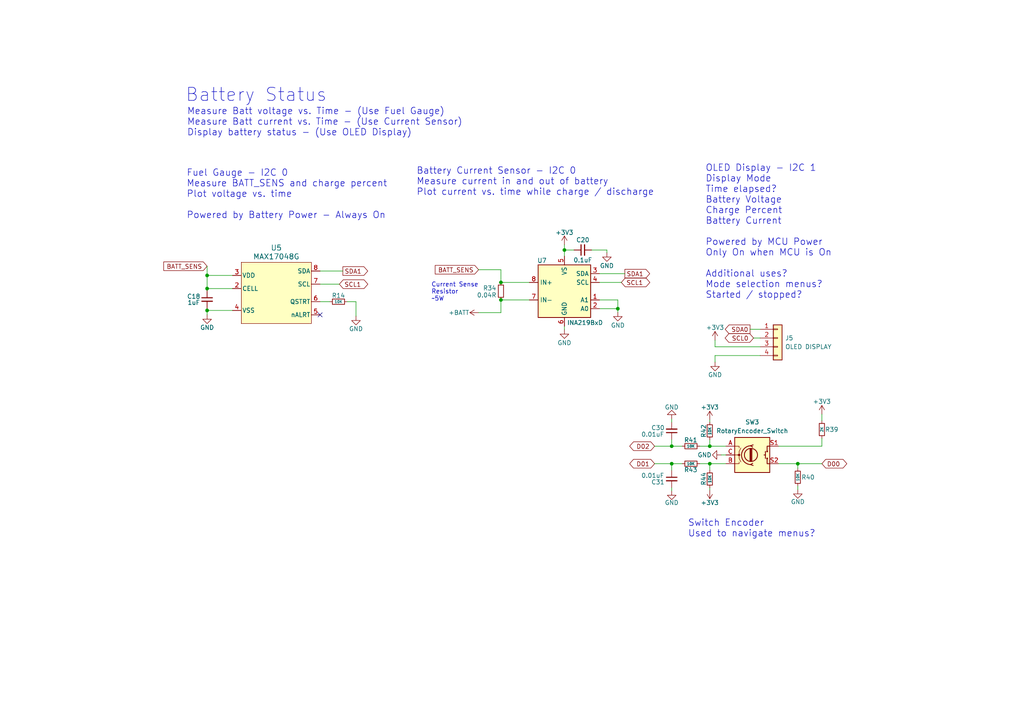
<source format=kicad_sch>
(kicad_sch (version 20230121) (generator eeschema)

  (uuid c448106d-0cdf-4570-b343-d71e5cb72822)

  (paper "A4")

  (lib_symbols
    (symbol "BatteryTester:MAX17048G+T10" (pin_names (offset 0.254)) (in_bom yes) (on_board yes)
      (property "Reference" "U" (at 0 13.97 0)
        (effects (font (size 1.524 1.524)))
      )
      (property "Value" "MAX17048G" (at 0 11.43 0)
        (effects (font (size 1.524 1.524)))
      )
      (property "Footprint" "21-0168E_T822-3_MXM" (at 0 -11.43 0)
        (effects (font (size 1.524 1.524)) hide)
      )
      (property "Datasheet" "" (at -30.48 -15.24 0)
        (effects (font (size 1.524 1.524)))
      )
      (property "ki_fp_filters" "21-0168E_T822-3_MXM 21-0168E_T822-3_MXM-M 21-0168E_T822-3_MXM-L" (at 0 0 0)
        (effects (font (size 1.27 1.27)) hide)
      )
      (symbol "MAX17048G+T10_0_1"
        (rectangle (start -10.16 8.89) (end 10.16 -8.89)
          (stroke (width 0) (type default))
          (fill (type background))
        )
      )
      (symbol "MAX17048G+T10_1_1"
        (pin power_in line (at -12.7 -5.08 0) (length 2.54) hide
          (name "CTG" (effects (font (size 1.27 1.27))))
          (number "1" (effects (font (size 1.27 1.27))))
        )
        (pin power_in line (at -12.7 1.27 0) (length 2.54)
          (name "CELL" (effects (font (size 1.27 1.27))))
          (number "2" (effects (font (size 1.27 1.27))))
        )
        (pin power_in line (at -12.7 5.08 0) (length 2.54)
          (name "VDD" (effects (font (size 1.27 1.27))))
          (number "3" (effects (font (size 1.27 1.27))))
        )
        (pin power_in line (at -12.7 -5.08 0) (length 2.54)
          (name "VSS" (effects (font (size 1.27 1.27))))
          (number "4" (effects (font (size 1.27 1.27))))
        )
        (pin unspecified line (at 12.7 -6.35 180) (length 2.54)
          (name "nALRT" (effects (font (size 1.27 1.27))))
          (number "5" (effects (font (size 1.27 1.27))))
        )
        (pin unspecified line (at 12.7 -2.54 180) (length 2.54)
          (name "QSTRT" (effects (font (size 1.27 1.27))))
          (number "6" (effects (font (size 1.27 1.27))))
        )
        (pin input line (at 12.7 2.54 180) (length 2.54)
          (name "SCL" (effects (font (size 1.27 1.27))))
          (number "7" (effects (font (size 1.27 1.27))))
        )
        (pin bidirectional line (at 12.7 6.35 180) (length 2.54)
          (name "SDA" (effects (font (size 1.27 1.27))))
          (number "8" (effects (font (size 1.27 1.27))))
        )
        (pin power_in line (at -12.7 -5.08 0) (length 2.54) hide
          (name "PAD" (effects (font (size 1.27 1.27))))
          (number "9" (effects (font (size 1.27 1.27))))
        )
      )
    )
    (symbol "Connector_Generic:Conn_01x04" (pin_names (offset 1.016) hide) (in_bom yes) (on_board yes)
      (property "Reference" "J" (at 0 5.08 0)
        (effects (font (size 1.27 1.27)))
      )
      (property "Value" "Conn_01x04" (at 0 -7.62 0)
        (effects (font (size 1.27 1.27)))
      )
      (property "Footprint" "" (at 0 0 0)
        (effects (font (size 1.27 1.27)) hide)
      )
      (property "Datasheet" "~" (at 0 0 0)
        (effects (font (size 1.27 1.27)) hide)
      )
      (property "ki_keywords" "connector" (at 0 0 0)
        (effects (font (size 1.27 1.27)) hide)
      )
      (property "ki_description" "Generic connector, single row, 01x04, script generated (kicad-library-utils/schlib/autogen/connector/)" (at 0 0 0)
        (effects (font (size 1.27 1.27)) hide)
      )
      (property "ki_fp_filters" "Connector*:*_1x??_*" (at 0 0 0)
        (effects (font (size 1.27 1.27)) hide)
      )
      (symbol "Conn_01x04_1_1"
        (rectangle (start -1.27 -4.953) (end 0 -5.207)
          (stroke (width 0.1524) (type default))
          (fill (type none))
        )
        (rectangle (start -1.27 -2.413) (end 0 -2.667)
          (stroke (width 0.1524) (type default))
          (fill (type none))
        )
        (rectangle (start -1.27 0.127) (end 0 -0.127)
          (stroke (width 0.1524) (type default))
          (fill (type none))
        )
        (rectangle (start -1.27 2.667) (end 0 2.413)
          (stroke (width 0.1524) (type default))
          (fill (type none))
        )
        (rectangle (start -1.27 3.81) (end 1.27 -6.35)
          (stroke (width 0.254) (type default))
          (fill (type background))
        )
        (pin passive line (at -5.08 2.54 0) (length 3.81)
          (name "Pin_1" (effects (font (size 1.27 1.27))))
          (number "1" (effects (font (size 1.27 1.27))))
        )
        (pin passive line (at -5.08 0 0) (length 3.81)
          (name "Pin_2" (effects (font (size 1.27 1.27))))
          (number "2" (effects (font (size 1.27 1.27))))
        )
        (pin passive line (at -5.08 -2.54 0) (length 3.81)
          (name "Pin_3" (effects (font (size 1.27 1.27))))
          (number "3" (effects (font (size 1.27 1.27))))
        )
        (pin passive line (at -5.08 -5.08 0) (length 3.81)
          (name "Pin_4" (effects (font (size 1.27 1.27))))
          (number "4" (effects (font (size 1.27 1.27))))
        )
      )
    )
    (symbol "Device:C_Small" (pin_numbers hide) (pin_names (offset 0.254) hide) (in_bom yes) (on_board yes)
      (property "Reference" "C" (at 0.254 1.778 0)
        (effects (font (size 1.27 1.27)) (justify left))
      )
      (property "Value" "C_Small" (at 0.254 -2.032 0)
        (effects (font (size 1.27 1.27)) (justify left))
      )
      (property "Footprint" "" (at 0 0 0)
        (effects (font (size 1.27 1.27)) hide)
      )
      (property "Datasheet" "~" (at 0 0 0)
        (effects (font (size 1.27 1.27)) hide)
      )
      (property "ki_keywords" "capacitor cap" (at 0 0 0)
        (effects (font (size 1.27 1.27)) hide)
      )
      (property "ki_description" "Unpolarized capacitor, small symbol" (at 0 0 0)
        (effects (font (size 1.27 1.27)) hide)
      )
      (property "ki_fp_filters" "C_*" (at 0 0 0)
        (effects (font (size 1.27 1.27)) hide)
      )
      (symbol "C_Small_0_1"
        (polyline
          (pts
            (xy -1.524 -0.508)
            (xy 1.524 -0.508)
          )
          (stroke (width 0.3302) (type default))
          (fill (type none))
        )
        (polyline
          (pts
            (xy -1.524 0.508)
            (xy 1.524 0.508)
          )
          (stroke (width 0.3048) (type default))
          (fill (type none))
        )
      )
      (symbol "C_Small_1_1"
        (pin passive line (at 0 2.54 270) (length 2.032)
          (name "~" (effects (font (size 1.27 1.27))))
          (number "1" (effects (font (size 1.27 1.27))))
        )
        (pin passive line (at 0 -2.54 90) (length 2.032)
          (name "~" (effects (font (size 1.27 1.27))))
          (number "2" (effects (font (size 1.27 1.27))))
        )
      )
    )
    (symbol "Device:R_Small" (pin_numbers hide) (pin_names (offset 0.254) hide) (in_bom yes) (on_board yes)
      (property "Reference" "R" (at 0.762 0.508 0)
        (effects (font (size 1.27 1.27)) (justify left))
      )
      (property "Value" "R_Small" (at 0.762 -1.016 0)
        (effects (font (size 1.27 1.27)) (justify left))
      )
      (property "Footprint" "" (at 0 0 0)
        (effects (font (size 1.27 1.27)) hide)
      )
      (property "Datasheet" "~" (at 0 0 0)
        (effects (font (size 1.27 1.27)) hide)
      )
      (property "ki_keywords" "R resistor" (at 0 0 0)
        (effects (font (size 1.27 1.27)) hide)
      )
      (property "ki_description" "Resistor, small symbol" (at 0 0 0)
        (effects (font (size 1.27 1.27)) hide)
      )
      (property "ki_fp_filters" "R_*" (at 0 0 0)
        (effects (font (size 1.27 1.27)) hide)
      )
      (symbol "R_Small_0_1"
        (rectangle (start -0.762 1.778) (end 0.762 -1.778)
          (stroke (width 0.2032) (type default))
          (fill (type none))
        )
      )
      (symbol "R_Small_1_1"
        (pin passive line (at 0 2.54 270) (length 0.762)
          (name "~" (effects (font (size 1.27 1.27))))
          (number "1" (effects (font (size 1.27 1.27))))
        )
        (pin passive line (at 0 -2.54 90) (length 0.762)
          (name "~" (effects (font (size 1.27 1.27))))
          (number "2" (effects (font (size 1.27 1.27))))
        )
      )
    )
    (symbol "Device:RotaryEncoder_Switch" (pin_names (offset 0.254) hide) (in_bom yes) (on_board yes)
      (property "Reference" "SW" (at 0 6.604 0)
        (effects (font (size 1.27 1.27)))
      )
      (property "Value" "RotaryEncoder_Switch" (at 0 -6.604 0)
        (effects (font (size 1.27 1.27)))
      )
      (property "Footprint" "" (at -3.81 4.064 0)
        (effects (font (size 1.27 1.27)) hide)
      )
      (property "Datasheet" "~" (at 0 6.604 0)
        (effects (font (size 1.27 1.27)) hide)
      )
      (property "ki_keywords" "rotary switch encoder switch push button" (at 0 0 0)
        (effects (font (size 1.27 1.27)) hide)
      )
      (property "ki_description" "Rotary encoder, dual channel, incremental quadrate outputs, with switch" (at 0 0 0)
        (effects (font (size 1.27 1.27)) hide)
      )
      (property "ki_fp_filters" "RotaryEncoder*Switch*" (at 0 0 0)
        (effects (font (size 1.27 1.27)) hide)
      )
      (symbol "RotaryEncoder_Switch_0_1"
        (rectangle (start -5.08 5.08) (end 5.08 -5.08)
          (stroke (width 0.254) (type default))
          (fill (type background))
        )
        (circle (center -3.81 0) (radius 0.254)
          (stroke (width 0) (type default))
          (fill (type outline))
        )
        (circle (center -0.381 0) (radius 1.905)
          (stroke (width 0.254) (type default))
          (fill (type none))
        )
        (arc (start -0.381 2.667) (mid -3.0988 -0.0635) (end -0.381 -2.794)
          (stroke (width 0.254) (type default))
          (fill (type none))
        )
        (polyline
          (pts
            (xy -0.635 -1.778)
            (xy -0.635 1.778)
          )
          (stroke (width 0.254) (type default))
          (fill (type none))
        )
        (polyline
          (pts
            (xy -0.381 -1.778)
            (xy -0.381 1.778)
          )
          (stroke (width 0.254) (type default))
          (fill (type none))
        )
        (polyline
          (pts
            (xy -0.127 1.778)
            (xy -0.127 -1.778)
          )
          (stroke (width 0.254) (type default))
          (fill (type none))
        )
        (polyline
          (pts
            (xy 3.81 0)
            (xy 3.429 0)
          )
          (stroke (width 0.254) (type default))
          (fill (type none))
        )
        (polyline
          (pts
            (xy 3.81 1.016)
            (xy 3.81 -1.016)
          )
          (stroke (width 0.254) (type default))
          (fill (type none))
        )
        (polyline
          (pts
            (xy -5.08 -2.54)
            (xy -3.81 -2.54)
            (xy -3.81 -2.032)
          )
          (stroke (width 0) (type default))
          (fill (type none))
        )
        (polyline
          (pts
            (xy -5.08 2.54)
            (xy -3.81 2.54)
            (xy -3.81 2.032)
          )
          (stroke (width 0) (type default))
          (fill (type none))
        )
        (polyline
          (pts
            (xy 0.254 -3.048)
            (xy -0.508 -2.794)
            (xy 0.127 -2.413)
          )
          (stroke (width 0.254) (type default))
          (fill (type none))
        )
        (polyline
          (pts
            (xy 0.254 2.921)
            (xy -0.508 2.667)
            (xy 0.127 2.286)
          )
          (stroke (width 0.254) (type default))
          (fill (type none))
        )
        (polyline
          (pts
            (xy 5.08 -2.54)
            (xy 4.318 -2.54)
            (xy 4.318 -1.016)
          )
          (stroke (width 0.254) (type default))
          (fill (type none))
        )
        (polyline
          (pts
            (xy 5.08 2.54)
            (xy 4.318 2.54)
            (xy 4.318 1.016)
          )
          (stroke (width 0.254) (type default))
          (fill (type none))
        )
        (polyline
          (pts
            (xy -5.08 0)
            (xy -3.81 0)
            (xy -3.81 -1.016)
            (xy -3.302 -2.032)
          )
          (stroke (width 0) (type default))
          (fill (type none))
        )
        (polyline
          (pts
            (xy -4.318 0)
            (xy -3.81 0)
            (xy -3.81 1.016)
            (xy -3.302 2.032)
          )
          (stroke (width 0) (type default))
          (fill (type none))
        )
        (circle (center 4.318 -1.016) (radius 0.127)
          (stroke (width 0.254) (type default))
          (fill (type none))
        )
        (circle (center 4.318 1.016) (radius 0.127)
          (stroke (width 0.254) (type default))
          (fill (type none))
        )
      )
      (symbol "RotaryEncoder_Switch_1_1"
        (pin passive line (at -7.62 2.54 0) (length 2.54)
          (name "A" (effects (font (size 1.27 1.27))))
          (number "A" (effects (font (size 1.27 1.27))))
        )
        (pin passive line (at -7.62 -2.54 0) (length 2.54)
          (name "B" (effects (font (size 1.27 1.27))))
          (number "B" (effects (font (size 1.27 1.27))))
        )
        (pin passive line (at -7.62 0 0) (length 2.54)
          (name "C" (effects (font (size 1.27 1.27))))
          (number "C" (effects (font (size 1.27 1.27))))
        )
        (pin passive line (at 7.62 2.54 180) (length 2.54)
          (name "S1" (effects (font (size 1.27 1.27))))
          (number "S1" (effects (font (size 1.27 1.27))))
        )
        (pin passive line (at 7.62 -2.54 180) (length 2.54)
          (name "S2" (effects (font (size 1.27 1.27))))
          (number "S2" (effects (font (size 1.27 1.27))))
        )
      )
    )
    (symbol "GND_1" (power) (pin_names (offset 0)) (in_bom yes) (on_board yes)
      (property "Reference" "#PWR" (at 0 -6.35 0)
        (effects (font (size 1.27 1.27)) hide)
      )
      (property "Value" "GND_1" (at 0 -3.81 0)
        (effects (font (size 1.27 1.27)))
      )
      (property "Footprint" "" (at 0 0 0)
        (effects (font (size 1.27 1.27)) hide)
      )
      (property "Datasheet" "" (at 0 0 0)
        (effects (font (size 1.27 1.27)) hide)
      )
      (property "ki_keywords" "global power" (at 0 0 0)
        (effects (font (size 1.27 1.27)) hide)
      )
      (property "ki_description" "Power symbol creates a global label with name \"GND\" , ground" (at 0 0 0)
        (effects (font (size 1.27 1.27)) hide)
      )
      (symbol "GND_1_0_1"
        (polyline
          (pts
            (xy 0 0)
            (xy 0 -1.27)
            (xy 1.27 -1.27)
            (xy 0 -2.54)
            (xy -1.27 -1.27)
            (xy 0 -1.27)
          )
          (stroke (width 0) (type default))
          (fill (type none))
        )
      )
      (symbol "GND_1_1_1"
        (pin power_in line (at 0 0 270) (length 0) hide
          (name "GND" (effects (font (size 1.27 1.27))))
          (number "1" (effects (font (size 1.27 1.27))))
        )
      )
    )
    (symbol "Sensor_Energy:INA219BxD" (in_bom yes) (on_board yes)
      (property "Reference" "U" (at -6.35 8.89 0)
        (effects (font (size 1.27 1.27)))
      )
      (property "Value" "INA219BxD" (at 5.08 8.89 0)
        (effects (font (size 1.27 1.27)))
      )
      (property "Footprint" "Package_SO:SOIC-8_3.9x4.9mm_P1.27mm" (at 20.32 -8.89 0)
        (effects (font (size 1.27 1.27)) hide)
      )
      (property "Datasheet" "http://www.ti.com/lit/ds/symlink/ina219.pdf" (at 8.89 -2.54 0)
        (effects (font (size 1.27 1.27)) hide)
      )
      (property "ki_keywords" "ADC I2C 16-Bit Oversampling Current Shunt" (at 0 0 0)
        (effects (font (size 1.27 1.27)) hide)
      )
      (property "ki_description" "Zero-Drift, HighAccuracy, Bidirectional Current/Power Monitor (0-26V) With I2C Interface, SOIC-8" (at 0 0 0)
        (effects (font (size 1.27 1.27)) hide)
      )
      (property "ki_fp_filters" "SOIC*3.9x4.9mm*P1.27mm*" (at 0 0 0)
        (effects (font (size 1.27 1.27)) hide)
      )
      (symbol "INA219BxD_0_1"
        (rectangle (start -7.62 7.62) (end 7.62 -7.62)
          (stroke (width 0.254) (type default))
          (fill (type background))
        )
      )
      (symbol "INA219BxD_1_1"
        (pin input line (at 10.16 -2.54 180) (length 2.54)
          (name "A1" (effects (font (size 1.27 1.27))))
          (number "1" (effects (font (size 1.27 1.27))))
        )
        (pin input line (at 10.16 -5.08 180) (length 2.54)
          (name "A0" (effects (font (size 1.27 1.27))))
          (number "2" (effects (font (size 1.27 1.27))))
        )
        (pin bidirectional line (at 10.16 5.08 180) (length 2.54)
          (name "SDA" (effects (font (size 1.27 1.27))))
          (number "3" (effects (font (size 1.27 1.27))))
        )
        (pin input line (at 10.16 2.54 180) (length 2.54)
          (name "SCL" (effects (font (size 1.27 1.27))))
          (number "4" (effects (font (size 1.27 1.27))))
        )
        (pin power_in line (at 0 10.16 270) (length 2.54)
          (name "VS" (effects (font (size 1.27 1.27))))
          (number "5" (effects (font (size 1.27 1.27))))
        )
        (pin power_in line (at 0 -10.16 90) (length 2.54)
          (name "GND" (effects (font (size 1.27 1.27))))
          (number "6" (effects (font (size 1.27 1.27))))
        )
        (pin input line (at -10.16 -2.54 0) (length 2.54)
          (name "IN-" (effects (font (size 1.27 1.27))))
          (number "7" (effects (font (size 1.27 1.27))))
        )
        (pin input line (at -10.16 2.54 0) (length 2.54)
          (name "IN+" (effects (font (size 1.27 1.27))))
          (number "8" (effects (font (size 1.27 1.27))))
        )
      )
    )
    (symbol "power:+3V3" (power) (pin_names (offset 0)) (in_bom yes) (on_board yes)
      (property "Reference" "#PWR" (at 0 -3.81 0)
        (effects (font (size 1.27 1.27)) hide)
      )
      (property "Value" "+3V3" (at 0 3.556 0)
        (effects (font (size 1.27 1.27)))
      )
      (property "Footprint" "" (at 0 0 0)
        (effects (font (size 1.27 1.27)) hide)
      )
      (property "Datasheet" "" (at 0 0 0)
        (effects (font (size 1.27 1.27)) hide)
      )
      (property "ki_keywords" "global power" (at 0 0 0)
        (effects (font (size 1.27 1.27)) hide)
      )
      (property "ki_description" "Power symbol creates a global label with name \"+3V3\"" (at 0 0 0)
        (effects (font (size 1.27 1.27)) hide)
      )
      (symbol "+3V3_0_1"
        (polyline
          (pts
            (xy -0.762 1.27)
            (xy 0 2.54)
          )
          (stroke (width 0) (type default))
          (fill (type none))
        )
        (polyline
          (pts
            (xy 0 0)
            (xy 0 2.54)
          )
          (stroke (width 0) (type default))
          (fill (type none))
        )
        (polyline
          (pts
            (xy 0 2.54)
            (xy 0.762 1.27)
          )
          (stroke (width 0) (type default))
          (fill (type none))
        )
      )
      (symbol "+3V3_1_1"
        (pin power_in line (at 0 0 90) (length 0) hide
          (name "+3V3" (effects (font (size 1.27 1.27))))
          (number "1" (effects (font (size 1.27 1.27))))
        )
      )
    )
    (symbol "power:+BATT" (power) (pin_names (offset 0)) (in_bom yes) (on_board yes)
      (property "Reference" "#PWR" (at 0 -3.81 0)
        (effects (font (size 1.27 1.27)) hide)
      )
      (property "Value" "+BATT" (at 0 3.556 0)
        (effects (font (size 1.27 1.27)))
      )
      (property "Footprint" "" (at 0 0 0)
        (effects (font (size 1.27 1.27)) hide)
      )
      (property "Datasheet" "" (at 0 0 0)
        (effects (font (size 1.27 1.27)) hide)
      )
      (property "ki_keywords" "global power battery" (at 0 0 0)
        (effects (font (size 1.27 1.27)) hide)
      )
      (property "ki_description" "Power symbol creates a global label with name \"+BATT\"" (at 0 0 0)
        (effects (font (size 1.27 1.27)) hide)
      )
      (symbol "+BATT_0_1"
        (polyline
          (pts
            (xy -0.762 1.27)
            (xy 0 2.54)
          )
          (stroke (width 0) (type default))
          (fill (type none))
        )
        (polyline
          (pts
            (xy 0 0)
            (xy 0 2.54)
          )
          (stroke (width 0) (type default))
          (fill (type none))
        )
        (polyline
          (pts
            (xy 0 2.54)
            (xy 0.762 1.27)
          )
          (stroke (width 0) (type default))
          (fill (type none))
        )
      )
      (symbol "+BATT_1_1"
        (pin power_in line (at 0 0 90) (length 0) hide
          (name "+BATT" (effects (font (size 1.27 1.27))))
          (number "1" (effects (font (size 1.27 1.27))))
        )
      )
    )
    (symbol "power:GND" (power) (pin_names (offset 0)) (in_bom yes) (on_board yes)
      (property "Reference" "#PWR" (at 0 -6.35 0)
        (effects (font (size 1.27 1.27)) hide)
      )
      (property "Value" "GND" (at 0 -3.81 0)
        (effects (font (size 1.27 1.27)))
      )
      (property "Footprint" "" (at 0 0 0)
        (effects (font (size 1.27 1.27)) hide)
      )
      (property "Datasheet" "" (at 0 0 0)
        (effects (font (size 1.27 1.27)) hide)
      )
      (property "ki_keywords" "global power" (at 0 0 0)
        (effects (font (size 1.27 1.27)) hide)
      )
      (property "ki_description" "Power symbol creates a global label with name \"GND\" , ground" (at 0 0 0)
        (effects (font (size 1.27 1.27)) hide)
      )
      (symbol "GND_0_1"
        (polyline
          (pts
            (xy 0 0)
            (xy 0 -1.27)
            (xy 1.27 -1.27)
            (xy 0 -2.54)
            (xy -1.27 -1.27)
            (xy 0 -1.27)
          )
          (stroke (width 0) (type default))
          (fill (type none))
        )
      )
      (symbol "GND_1_1"
        (pin power_in line (at 0 0 270) (length 0) hide
          (name "GND" (effects (font (size 1.27 1.27))))
          (number "1" (effects (font (size 1.27 1.27))))
        )
      )
    )
  )

  (junction (at 60.071 79.883) (diameter 0) (color 0 0 0 0)
    (uuid 04f6ea0c-403a-4189-b388-e6e52e82dcb8)
  )
  (junction (at 163.703 72.517) (diameter 0) (color 0 0 0 0)
    (uuid 1797a246-491d-4162-85fa-d802da24b677)
  )
  (junction (at 205.867 134.493) (diameter 0) (color 0 0 0 0)
    (uuid 1cc376b3-407a-4e91-bc9f-122a7f3e50a9)
  )
  (junction (at 194.818 134.493) (diameter 0) (color 0 0 0 0)
    (uuid 30413393-2830-455f-b008-6280c16fee02)
  )
  (junction (at 179.197 89.535) (diameter 0) (color 0 0 0 0)
    (uuid 38ecaaa6-6e0f-43c6-9025-6a7052ff4a44)
  )
  (junction (at 145.288 81.915) (diameter 0) (color 0 0 0 0)
    (uuid 8dde93c7-6f3a-4573-abfd-74a9d70897fd)
  )
  (junction (at 60.071 83.693) (diameter 0) (color 0 0 0 0)
    (uuid 94606b55-8456-43a4-bc33-edfedce65a3e)
  )
  (junction (at 60.071 90.043) (diameter 0) (color 0 0 0 0)
    (uuid 9d2d5f5c-0498-43b5-8a43-8bfc045c8fbb)
  )
  (junction (at 231.394 134.493) (diameter 0) (color 0 0 0 0)
    (uuid a3569140-a8f7-456e-9ba5-ff26a30cd80e)
  )
  (junction (at 205.867 129.413) (diameter 0) (color 0 0 0 0)
    (uuid aca77b98-ba99-4d45-aa4d-9a07a29c41be)
  )
  (junction (at 145.288 86.995) (diameter 0) (color 0 0 0 0)
    (uuid b86b0a35-6069-4929-b63e-a2714518df3f)
  )
  (junction (at 194.818 129.413) (diameter 0) (color 0 0 0 0)
    (uuid cab17a57-db99-4609-becd-5dd24c3947b6)
  )

  (no_connect (at 92.837 91.313) (uuid c4c05170-38ae-4e9b-ace8-38779d72211d))

  (wire (pts (xy 205.867 122.428) (xy 205.867 121.793))
    (stroke (width 0) (type default))
    (uuid 07c0d997-f5bb-46e2-9752-e1edf0828c30)
  )
  (wire (pts (xy 207.391 103.124) (xy 207.391 105.029))
    (stroke (width 0) (type default))
    (uuid 0c55e8c3-c88a-4971-8392-9616a8026807)
  )
  (wire (pts (xy 60.071 90.043) (xy 67.437 90.043))
    (stroke (width 0) (type default))
    (uuid 0e4cd1fb-6681-429a-84d5-479f5e6c04ac)
  )
  (wire (pts (xy 194.818 122.428) (xy 194.818 121.539))
    (stroke (width 0) (type default))
    (uuid 11dbde5e-0ae5-4c7f-af55-1a6934453664)
  )
  (wire (pts (xy 100.711 87.503) (xy 103.251 87.503))
    (stroke (width 0) (type default))
    (uuid 16d714a6-f2e9-4ad6-99d0-67c3535e4258)
  )
  (wire (pts (xy 207.391 100.584) (xy 220.472 100.584))
    (stroke (width 0) (type default))
    (uuid 18ac7f16-5ba9-426a-82c2-1e61902b1a65)
  )
  (wire (pts (xy 138.811 78.232) (xy 145.288 78.232))
    (stroke (width 0) (type default))
    (uuid 203b59c6-f722-41c4-90d7-208ec0c34bee)
  )
  (wire (pts (xy 173.863 89.535) (xy 179.197 89.535))
    (stroke (width 0) (type default))
    (uuid 21c41f5a-7561-4360-aec3-3cfcd5751bb2)
  )
  (wire (pts (xy 103.251 87.503) (xy 103.251 91.694))
    (stroke (width 0) (type default))
    (uuid 242899ed-bd3c-4355-a9b4-16ba09b57891)
  )
  (wire (pts (xy 60.071 77.216) (xy 60.071 79.883))
    (stroke (width 0) (type default))
    (uuid 25e1ee7d-945f-47a1-9aca-3fc49ee51bb7)
  )
  (wire (pts (xy 231.394 134.493) (xy 231.394 135.89))
    (stroke (width 0) (type default))
    (uuid 2f380916-50b7-48f9-9ae7-5e4eb15ba8a4)
  )
  (wire (pts (xy 145.288 90.678) (xy 145.288 86.995))
    (stroke (width 0) (type default))
    (uuid 3202fa0b-75fd-49d8-81e1-d6d8e8a45281)
  )
  (wire (pts (xy 173.863 79.375) (xy 181.229 79.375))
    (stroke (width 0) (type default))
    (uuid 350df134-59ec-47c4-9918-e398c797e213)
  )
  (wire (pts (xy 189.865 129.413) (xy 194.818 129.413))
    (stroke (width 0) (type default))
    (uuid 3b41e52d-5156-4616-8e36-7bfc008014b0)
  )
  (wire (pts (xy 205.867 127.508) (xy 205.867 129.413))
    (stroke (width 0) (type default))
    (uuid 3be8b72c-f31f-4d98-a7ad-e9fb7ff48add)
  )
  (wire (pts (xy 207.391 103.124) (xy 220.472 103.124))
    (stroke (width 0) (type default))
    (uuid 3deb4b74-cdc4-4f56-9bc9-80c72de6bd6d)
  )
  (wire (pts (xy 202.946 129.413) (xy 205.867 129.413))
    (stroke (width 0) (type default))
    (uuid 41872452-ae70-41be-926f-c8620f27f609)
  )
  (wire (pts (xy 180.213 81.915) (xy 173.863 81.915))
    (stroke (width 0) (type default))
    (uuid 479d8264-3681-4ee3-ae31-6a7f9c4756b1)
  )
  (wire (pts (xy 163.703 72.517) (xy 166.497 72.517))
    (stroke (width 0) (type default))
    (uuid 47aac8ac-68f8-4efe-ba49-b99cb662d1a2)
  )
  (wire (pts (xy 60.071 79.883) (xy 60.071 83.693))
    (stroke (width 0) (type default))
    (uuid 50c40645-f5a5-4c40-a6fd-ae1963eab5cd)
  )
  (wire (pts (xy 60.071 79.883) (xy 67.437 79.883))
    (stroke (width 0) (type default))
    (uuid 5172cd8c-9af9-45e8-a4f2-b39d878f8b6d)
  )
  (wire (pts (xy 194.818 134.493) (xy 197.866 134.493))
    (stroke (width 0) (type default))
    (uuid 5260ac98-a013-48c3-895b-507577663a3b)
  )
  (wire (pts (xy 163.703 95.631) (xy 163.703 94.615))
    (stroke (width 0) (type default))
    (uuid 5b08e975-4def-4a7b-9eaa-e54bfc6c9215)
  )
  (wire (pts (xy 145.288 78.232) (xy 145.288 81.915))
    (stroke (width 0) (type default))
    (uuid 5e8c7881-0219-4795-b702-768dcd4d84c3)
  )
  (wire (pts (xy 238.379 134.493) (xy 231.394 134.493))
    (stroke (width 0) (type default))
    (uuid 5f8efdc2-e111-4b3c-a6b4-a05a652137de)
  )
  (wire (pts (xy 92.837 78.613) (xy 99.441 78.613))
    (stroke (width 0) (type default))
    (uuid 6267fc17-483a-4d42-b5f1-7cc09b8ae5d5)
  )
  (wire (pts (xy 217.551 95.504) (xy 220.472 95.504))
    (stroke (width 0) (type default))
    (uuid 63f58236-f0fe-412e-942c-ae6b51695956)
  )
  (wire (pts (xy 179.197 89.535) (xy 179.197 86.995))
    (stroke (width 0) (type default))
    (uuid 658f2dae-0abe-4bce-a0a4-e6cac2f888e9)
  )
  (wire (pts (xy 202.946 134.493) (xy 205.867 134.493))
    (stroke (width 0) (type default))
    (uuid 67335faf-df2c-4f7c-b273-4cb00d9d5dee)
  )
  (wire (pts (xy 92.837 87.503) (xy 95.631 87.503))
    (stroke (width 0) (type default))
    (uuid 68f7b033-6ca4-4028-a734-9e2e22c5c925)
  )
  (wire (pts (xy 205.867 134.493) (xy 210.566 134.493))
    (stroke (width 0) (type default))
    (uuid 6b98c62c-78f5-4191-bfd2-40679b335bae)
  )
  (wire (pts (xy 138.811 90.678) (xy 145.288 90.678))
    (stroke (width 0) (type default))
    (uuid 760f05b9-6f10-46d2-91d1-534f1ca10465)
  )
  (wire (pts (xy 238.379 129.413) (xy 238.379 127.127))
    (stroke (width 0) (type default))
    (uuid 791ea952-b9df-4c68-9b1a-4c54f9ea8e03)
  )
  (wire (pts (xy 179.197 90.551) (xy 179.197 89.535))
    (stroke (width 0) (type default))
    (uuid 7a5fb2cd-b6b2-47e1-8072-2f701ca591ce)
  )
  (wire (pts (xy 163.703 70.993) (xy 163.703 72.517))
    (stroke (width 0) (type default))
    (uuid 7ba490e0-efba-4d83-b172-d311eb15aab2)
  )
  (wire (pts (xy 189.865 134.493) (xy 194.818 134.493))
    (stroke (width 0) (type default))
    (uuid 80f99b33-654b-4125-83f4-c8570ed71faa)
  )
  (wire (pts (xy 231.394 134.493) (xy 225.806 134.493))
    (stroke (width 0) (type default))
    (uuid 821ec122-d29b-486a-b2a1-df5e72c2aa76)
  )
  (wire (pts (xy 60.071 89.408) (xy 60.071 90.043))
    (stroke (width 0) (type default))
    (uuid 8466e8bb-fbef-44f2-b231-57e1d97f5c98)
  )
  (wire (pts (xy 98.425 82.423) (xy 92.837 82.423))
    (stroke (width 0) (type default))
    (uuid 8c8d0b29-b4e0-4a12-9c6b-fcbb0e4e58bd)
  )
  (wire (pts (xy 179.197 86.995) (xy 173.863 86.995))
    (stroke (width 0) (type default))
    (uuid 8d5a3eec-1ba7-479e-9331-a2efc3157b5b)
  )
  (wire (pts (xy 238.379 122.047) (xy 238.379 120.142))
    (stroke (width 0) (type default))
    (uuid 911bb101-137e-47eb-8d2c-339883deabbb)
  )
  (wire (pts (xy 218.567 98.044) (xy 220.472 98.044))
    (stroke (width 0) (type default))
    (uuid 912bfa83-e590-4192-ba39-4ebba6cef287)
  )
  (wire (pts (xy 194.818 127.508) (xy 194.818 129.413))
    (stroke (width 0) (type default))
    (uuid a03cf90d-5790-46c7-8845-fc00a472e02a)
  )
  (wire (pts (xy 205.867 136.398) (xy 205.867 134.493))
    (stroke (width 0) (type default))
    (uuid a6b6f774-db54-4d54-8d43-82185cbf44a9)
  )
  (wire (pts (xy 145.288 86.995) (xy 153.543 86.995))
    (stroke (width 0) (type default))
    (uuid ae7a580f-a5bf-4b75-86a3-313fe37b93b4)
  )
  (wire (pts (xy 207.391 98.679) (xy 207.391 100.584))
    (stroke (width 0) (type default))
    (uuid ba91d172-0d61-420e-9835-3223def3a712)
  )
  (wire (pts (xy 231.394 140.97) (xy 231.394 141.986))
    (stroke (width 0) (type default))
    (uuid bf6b4523-2948-4c42-95e5-a22f211b8d61)
  )
  (wire (pts (xy 194.818 129.413) (xy 197.866 129.413))
    (stroke (width 0) (type default))
    (uuid c0473bdd-f2ba-402a-9e6c-798a0665edb4)
  )
  (wire (pts (xy 176.022 72.517) (xy 176.022 73.279))
    (stroke (width 0) (type default))
    (uuid c165531f-29ec-433d-b23a-858423cff4ab)
  )
  (wire (pts (xy 194.818 141.478) (xy 194.818 142.367))
    (stroke (width 0) (type default))
    (uuid d6a41512-c630-4588-807c-00bae7e9b82e)
  )
  (wire (pts (xy 205.867 141.478) (xy 205.867 142.113))
    (stroke (width 0) (type default))
    (uuid dc187bfb-eabc-4bf1-b546-6e96068004fb)
  )
  (wire (pts (xy 209.169 131.953) (xy 210.566 131.953))
    (stroke (width 0) (type default))
    (uuid dce17b9b-95ae-4576-8c25-301ed3270d50)
  )
  (wire (pts (xy 205.867 129.413) (xy 210.566 129.413))
    (stroke (width 0) (type default))
    (uuid e74efe5f-9ed8-496c-9083-a3a504ef960f)
  )
  (wire (pts (xy 163.703 72.517) (xy 163.703 74.295))
    (stroke (width 0) (type default))
    (uuid e9241177-8032-4c79-854d-3a01a8a4e4fe)
  )
  (wire (pts (xy 60.071 83.693) (xy 67.437 83.693))
    (stroke (width 0) (type default))
    (uuid e9af0e78-100b-4678-bfab-38e35767aded)
  )
  (wire (pts (xy 60.071 90.043) (xy 60.071 91.313))
    (stroke (width 0) (type default))
    (uuid e9cb3e48-e1d1-41cc-b27a-fdacb9e739f0)
  )
  (wire (pts (xy 171.577 72.517) (xy 176.022 72.517))
    (stroke (width 0) (type default))
    (uuid eadde96a-979b-4f89-9862-0b98aac3ef08)
  )
  (wire (pts (xy 145.288 81.915) (xy 153.543 81.915))
    (stroke (width 0) (type default))
    (uuid ecd6bc1e-5a06-4fe1-ab50-9db5ad2a5d3f)
  )
  (wire (pts (xy 194.818 136.398) (xy 194.818 134.493))
    (stroke (width 0) (type default))
    (uuid f7fde7d4-633b-4a0a-839f-96e568f33a36)
  )
  (wire (pts (xy 225.806 129.413) (xy 238.379 129.413))
    (stroke (width 0) (type default))
    (uuid fb321a30-0ede-4e94-9849-762779bed1ad)
  )
  (wire (pts (xy 60.071 83.693) (xy 60.071 84.328))
    (stroke (width 0) (type default))
    (uuid ffbbbddf-86f1-4c4a-b275-2c438656cb27)
  )

  (text "Fuel Gauge - I2C 0\nMeasure BATT_SENS and charge percent\nPlot voltage vs. time\n\nPowered by Battery Power - Always On"
    (at 54.102 63.627 0)
    (effects (font (size 1.905 1.905)) (justify left bottom))
    (uuid 28470a46-020b-4dea-8322-4c0b01ae6c49)
  )
  (text "Switch Encoder\nUsed to navigate menus?" (at 199.517 155.956 0)
    (effects (font (size 1.905 1.905)) (justify left bottom))
    (uuid 55d1e015-71ca-4604-99e1-c0f36942752d)
  )
  (text "Battery Current Sensor - I2C 0\nMeasure current in and out of battery\nPlot current vs. time while charge / discharge"
    (at 120.777 56.896 0)
    (effects (font (size 1.905 1.905)) (justify left bottom))
    (uuid 6a797769-9a1d-4a60-8e8f-09b404cbfd2f)
  )
  (text "Battery Status" (at 53.721 29.845 0)
    (effects (font (size 3.81 3.81)) (justify left bottom))
    (uuid 6c078572-a84f-4954-ac99-e3c3b01a6108)
  )
  (text "OLED Display - I2C 1\nDisplay Mode\nTime elapsed?\nBattery Voltage\nCharge Percent\nBattery Current\n\nPowered by MCU Power\nOnly On when MCU is On\n\nAdditional uses?\nMode selection menus?\nStarted / stopped?"
    (at 204.597 86.741 0)
    (effects (font (size 1.905 1.905)) (justify left bottom))
    (uuid 7531d727-9fb6-4963-ac34-caebb8b0d6a9)
  )
  (text "Measure Batt voltage vs. Time - (Use Fuel Gauge)\nMeasure Batt current vs. Time - (Use Current Sensor)\nDisplay battery status - (Use OLED Display)"
    (at 54.229 39.624 0)
    (effects (font (size 1.905 1.905)) (justify left bottom))
    (uuid d62cedf6-189d-4e8d-b893-379148c649f4)
  )
  (text "Current Sense\nResistor\n~5W" (at 125.095 87.503 0)
    (effects (font (size 1.27 1.27)) (justify left bottom))
    (uuid ea2c339a-9017-4a63-b709-3b0b3ad4769f)
  )

  (global_label "D00" (shape bidirectional) (at 238.379 134.493 0) (fields_autoplaced)
    (effects (font (size 1.27 1.27)) (justify left))
    (uuid 1887c81f-8626-49d5-a138-7af6a1627592)
    (property "Intersheetrefs" "${INTERSHEET_REFS}" (at 246.0851 134.493 0)
      (effects (font (size 1.27 1.27)) (justify left) hide)
    )
  )
  (global_label "D02" (shape bidirectional) (at 189.865 129.413 180) (fields_autoplaced)
    (effects (font (size 1.27 1.27)) (justify right))
    (uuid 2ab5468d-ae0e-4ebb-93d7-8e5264dd1050)
    (property "Intersheetrefs" "${INTERSHEET_REFS}" (at 182.1589 129.413 0)
      (effects (font (size 1.27 1.27)) (justify right) hide)
    )
  )
  (global_label "SDA1" (shape output) (at 99.441 78.613 0) (fields_autoplaced)
    (effects (font (size 1.27 1.27)) (justify left))
    (uuid 2e72c4a2-2ff8-4fc5-966a-acbb824c511a)
    (property "Intersheetrefs" "${INTERSHEET_REFS}" (at 107.1244 78.613 0)
      (effects (font (size 1.27 1.27)) (justify left) hide)
    )
  )
  (global_label "SDA1" (shape output) (at 181.229 79.375 0) (fields_autoplaced)
    (effects (font (size 1.27 1.27)) (justify left))
    (uuid 54d0d4ea-ef2f-4770-af03-c059b9d42c62)
    (property "Intersheetrefs" "${INTERSHEET_REFS}" (at 188.9124 79.375 0)
      (effects (font (size 1.27 1.27)) (justify left) hide)
    )
  )
  (global_label "SCL0" (shape bidirectional) (at 218.567 98.044 180) (fields_autoplaced)
    (effects (font (size 1.27 1.27)) (justify right))
    (uuid 69104ad8-b050-481f-a18c-87a08e63fe1e)
    (property "Intersheetrefs" "${INTERSHEET_REFS}" (at 209.8328 98.044 0)
      (effects (font (size 1.27 1.27)) (justify right) hide)
    )
  )
  (global_label "SCL1" (shape bidirectional) (at 180.213 81.915 0) (fields_autoplaced)
    (effects (font (size 1.27 1.27)) (justify left))
    (uuid a3b73afb-fa52-4171-8cbc-c3782a6bb173)
    (property "Intersheetrefs" "${INTERSHEET_REFS}" (at 188.9472 81.915 0)
      (effects (font (size 1.27 1.27)) (justify left) hide)
    )
  )
  (global_label "BATT_SENS" (shape input) (at 138.811 78.232 180) (fields_autoplaced)
    (effects (font (size 1.27 1.27)) (justify right))
    (uuid b0cbbb2a-0216-48bd-a453-d4f82cdcd986)
    (property "Intersheetrefs" "${INTERSHEET_REFS}" (at 125.7453 78.232 0)
      (effects (font (size 1.27 1.27)) (justify right) hide)
    )
  )
  (global_label "SDA0" (shape output) (at 217.551 95.504 180) (fields_autoplaced)
    (effects (font (size 1.27 1.27)) (justify right))
    (uuid b51749fb-4cfd-4e25-bfa4-45860a0a5a18)
    (property "Intersheetrefs" "${INTERSHEET_REFS}" (at 209.8676 95.504 0)
      (effects (font (size 1.27 1.27)) (justify right) hide)
    )
  )
  (global_label "SCL1" (shape bidirectional) (at 98.425 82.423 0) (fields_autoplaced)
    (effects (font (size 1.27 1.27)) (justify left))
    (uuid b54b5703-f8b8-4438-9757-770a6e203e83)
    (property "Intersheetrefs" "${INTERSHEET_REFS}" (at 107.1592 82.423 0)
      (effects (font (size 1.27 1.27)) (justify left) hide)
    )
  )
  (global_label "D01" (shape bidirectional) (at 189.865 134.493 180) (fields_autoplaced)
    (effects (font (size 1.27 1.27)) (justify right))
    (uuid cabfcdc0-1696-41a8-abbe-4b13710d8ec3)
    (property "Intersheetrefs" "${INTERSHEET_REFS}" (at 182.1589 134.493 0)
      (effects (font (size 1.27 1.27)) (justify right) hide)
    )
  )
  (global_label "BATT_SENS" (shape input) (at 60.071 77.216 180) (fields_autoplaced)
    (effects (font (size 1.27 1.27)) (justify right))
    (uuid f4cfad6f-c7b4-48a7-9ff2-5543c5cc8db1)
    (property "Intersheetrefs" "${INTERSHEET_REFS}" (at 47.0053 77.216 0)
      (effects (font (size 1.27 1.27)) (justify right) hide)
    )
  )

  (symbol (lib_name "GND_1") (lib_id "power:GND") (at 207.391 105.029 0) (unit 1)
    (in_bom yes) (on_board yes) (dnp no)
    (uuid 10071d40-6611-4f1c-ba54-d1e23082ecc0)
    (property "Reference" "#PWR0138" (at 207.391 111.379 0)
      (effects (font (size 1.27 1.27)) hide)
    )
    (property "Value" "GND" (at 207.391 108.712 0)
      (effects (font (size 1.27 1.27)))
    )
    (property "Footprint" "" (at 207.391 105.029 0)
      (effects (font (size 1.27 1.27)) hide)
    )
    (property "Datasheet" "" (at 207.391 105.029 0)
      (effects (font (size 1.27 1.27)) hide)
    )
    (pin "1" (uuid adc3c47b-d85f-4b83-9991-36b808276587))
    (instances
      (project "nrf52833-breakout"
        (path "/6c0c06dd-a1fe-49d4-9beb-c2ae63a3eed7"
          (reference "#PWR0138") (unit 1)
        )
      )
      (project "Battery Tester"
        (path "/b0096114-e5da-470d-8a3d-9b3ed0a18691"
          (reference "#PWR092") (unit 1)
        )
        (path "/b0096114-e5da-470d-8a3d-9b3ed0a18691/fe51940b-791b-4549-9d32-b7f2f9ac2baa"
          (reference "#PWR097") (unit 1)
        )
      )
    )
  )

  (symbol (lib_id "Device:C_Small") (at 169.037 72.517 90) (unit 1)
    (in_bom yes) (on_board yes) (dnp no)
    (uuid 11824682-4716-42e8-9b0d-56021561c12f)
    (property "Reference" "C20" (at 169.037 69.596 90)
      (effects (font (size 1.27 1.27)))
    )
    (property "Value" "0.1uF" (at 169.037 75.438 90)
      (effects (font (size 1.27 1.27)))
    )
    (property "Footprint" "Capacitor_SMD:C_0603_1608Metric" (at 169.037 72.517 0)
      (effects (font (size 1.27 1.27)) hide)
    )
    (property "Datasheet" "~" (at 169.037 72.517 0)
      (effects (font (size 1.27 1.27)) hide)
    )
    (pin "1" (uuid 797cc10e-124d-45e8-ba72-150985fdf9fb))
    (pin "2" (uuid e4c49402-8036-4e21-99a1-11803626066f))
    (instances
      (project "Battery Tester"
        (path "/b0096114-e5da-470d-8a3d-9b3ed0a18691"
          (reference "C20") (unit 1)
        )
        (path "/b0096114-e5da-470d-8a3d-9b3ed0a18691/fe51940b-791b-4549-9d32-b7f2f9ac2baa"
          (reference "C20") (unit 1)
        )
      )
      (project "batteryboard-bottom"
        (path "/cc4a9289-e86b-4adc-9840-de6d33438674"
          (reference "C3") (unit 1)
        )
      )
    )
  )

  (symbol (lib_id "Device:R_Small") (at 200.406 134.493 90) (mirror x) (unit 1)
    (in_bom yes) (on_board yes) (dnp no)
    (uuid 1398ddf5-c47b-4840-bac5-380036d33376)
    (property "Reference" "R43" (at 202.311 136.271 90)
      (effects (font (size 1.27 1.27)) (justify left))
    )
    (property "Value" "10K" (at 201.549 134.493 90)
      (effects (font (size 0.762 0.762)) (justify left))
    )
    (property "Footprint" "Resistor_SMD:R_0603_1608Metric" (at 200.406 134.493 0)
      (effects (font (size 1.27 1.27)) hide)
    )
    (property "Datasheet" "~" (at 200.406 134.493 0)
      (effects (font (size 1.27 1.27)) hide)
    )
    (pin "1" (uuid bd6fe66b-85b1-4a98-a483-6601d5e41a4d))
    (pin "2" (uuid d84fd408-6848-4968-b2e3-993fd2efcf09))
    (instances
      (project "Battery Tester"
        (path "/b0096114-e5da-470d-8a3d-9b3ed0a18691"
          (reference "R43") (unit 1)
        )
        (path "/b0096114-e5da-470d-8a3d-9b3ed0a18691/fe51940b-791b-4549-9d32-b7f2f9ac2baa"
          (reference "R43") (unit 1)
        )
      )
    )
  )

  (symbol (lib_name "GND_1") (lib_id "power:GND") (at 176.022 73.279 0) (unit 1)
    (in_bom yes) (on_board yes) (dnp no)
    (uuid 14526d6a-5808-4411-ad03-eedece9a6619)
    (property "Reference" "#PWR050" (at 176.022 79.629 0)
      (effects (font (size 1.27 1.27)) hide)
    )
    (property "Value" "GND" (at 176.022 77.089 0)
      (effects (font (size 1.27 1.27)))
    )
    (property "Footprint" "" (at 176.022 73.279 0)
      (effects (font (size 1.27 1.27)) hide)
    )
    (property "Datasheet" "" (at 176.022 73.279 0)
      (effects (font (size 1.27 1.27)) hide)
    )
    (pin "1" (uuid d93a7285-72ab-400d-975e-56fdbb4c57fb))
    (instances
      (project "Battery Tester"
        (path "/b0096114-e5da-470d-8a3d-9b3ed0a18691"
          (reference "#PWR050") (unit 1)
        )
        (path "/b0096114-e5da-470d-8a3d-9b3ed0a18691/fe51940b-791b-4549-9d32-b7f2f9ac2baa"
          (reference "#PWR050") (unit 1)
        )
      )
      (project "batteryboard-bottom"
        (path "/cc4a9289-e86b-4adc-9840-de6d33438674"
          (reference "#PWR010") (unit 1)
        )
      )
    )
  )

  (symbol (lib_id "power:+3V3") (at 207.391 98.679 0) (unit 1)
    (in_bom yes) (on_board yes) (dnp no)
    (uuid 14bf5d01-4fde-45b4-a40d-9ee3a43026b3)
    (property "Reference" "#PWR0147" (at 207.391 102.489 0)
      (effects (font (size 1.27 1.27)) hide)
    )
    (property "Value" "+3V3" (at 207.391 94.996 0)
      (effects (font (size 1.27 1.27)))
    )
    (property "Footprint" "" (at 207.391 98.679 0)
      (effects (font (size 1.27 1.27)) hide)
    )
    (property "Datasheet" "" (at 207.391 98.679 0)
      (effects (font (size 1.27 1.27)) hide)
    )
    (pin "1" (uuid efd2a1a3-c47a-4562-904f-d1e18399f373))
    (instances
      (project "RP Uno"
        (path "/4205e3fa-18e8-4257-a826-a1d8d54b6275"
          (reference "#PWR0147") (unit 1)
        )
      )
      (project "Battery Tester"
        (path "/b0096114-e5da-470d-8a3d-9b3ed0a18691"
          (reference "#PWR087") (unit 1)
        )
        (path "/b0096114-e5da-470d-8a3d-9b3ed0a18691/fe51940b-791b-4549-9d32-b7f2f9ac2baa"
          (reference "#PWR096") (unit 1)
        )
      )
    )
  )

  (symbol (lib_id "Device:C_Small") (at 194.818 124.968 180) (unit 1)
    (in_bom yes) (on_board yes) (dnp no)
    (uuid 161ed177-18cd-43d4-b6ee-3c17dab071b7)
    (property "Reference" "C30" (at 192.786 124.079 0)
      (effects (font (size 1.27 1.27)) (justify left))
    )
    (property "Value" "0.01uF" (at 192.659 125.984 0)
      (effects (font (size 1.27 1.27)) (justify left))
    )
    (property "Footprint" "Capacitor_SMD:C_0603_1608Metric" (at 194.818 124.968 0)
      (effects (font (size 1.27 1.27)) hide)
    )
    (property "Datasheet" "~" (at 194.818 124.968 0)
      (effects (font (size 1.27 1.27)) hide)
    )
    (pin "1" (uuid 40952821-fc06-4a9b-a1f1-2ddbd4a3b767))
    (pin "2" (uuid 8a7812c4-4487-45b6-9e4c-d0c1e92bc5f1))
    (instances
      (project "Battery Tester"
        (path "/b0096114-e5da-470d-8a3d-9b3ed0a18691"
          (reference "C30") (unit 1)
        )
        (path "/b0096114-e5da-470d-8a3d-9b3ed0a18691/fe51940b-791b-4549-9d32-b7f2f9ac2baa"
          (reference "C30") (unit 1)
        )
      )
    )
  )

  (symbol (lib_id "Device:C_Small") (at 194.818 138.938 0) (mirror y) (unit 1)
    (in_bom yes) (on_board yes) (dnp no)
    (uuid 1c4d37f8-156a-4c6d-8a52-1a1336980557)
    (property "Reference" "C31" (at 192.786 139.827 0)
      (effects (font (size 1.27 1.27)) (justify left))
    )
    (property "Value" "0.01uF" (at 192.659 137.922 0)
      (effects (font (size 1.27 1.27)) (justify left))
    )
    (property "Footprint" "Capacitor_SMD:C_0603_1608Metric" (at 194.818 138.938 0)
      (effects (font (size 1.27 1.27)) hide)
    )
    (property "Datasheet" "~" (at 194.818 138.938 0)
      (effects (font (size 1.27 1.27)) hide)
    )
    (pin "1" (uuid 516305e4-42db-4f10-afa4-1b5d288dbed7))
    (pin "2" (uuid db1afd26-e1b3-4502-a175-e1dbb52a3d5c))
    (instances
      (project "Battery Tester"
        (path "/b0096114-e5da-470d-8a3d-9b3ed0a18691"
          (reference "C31") (unit 1)
        )
        (path "/b0096114-e5da-470d-8a3d-9b3ed0a18691/fe51940b-791b-4549-9d32-b7f2f9ac2baa"
          (reference "C31") (unit 1)
        )
      )
    )
  )

  (symbol (lib_id "Connector_Generic:Conn_01x04") (at 225.552 98.044 0) (unit 1)
    (in_bom yes) (on_board yes) (dnp no)
    (uuid 1e5435fd-9cd7-4b64-872a-8808901d5bba)
    (property "Reference" "J5" (at 227.711 98.044 0)
      (effects (font (size 1.27 1.27)) (justify left))
    )
    (property "Value" "OLED DISPLAY" (at 227.711 100.584 0)
      (effects (font (size 1.27 1.27)) (justify left))
    )
    (property "Footprint" "Connector_PinSocket_2.54mm:PinSocket_1x04_P2.54mm_Vertical" (at 225.552 98.044 0)
      (effects (font (size 1.27 1.27)) hide)
    )
    (property "Datasheet" "~" (at 225.552 98.044 0)
      (effects (font (size 1.27 1.27)) hide)
    )
    (pin "1" (uuid 5099da9c-dcda-4439-91f9-dc205942fd3f))
    (pin "2" (uuid a4797b38-4107-4aac-886e-38087e981851))
    (pin "3" (uuid f0ddd801-2af7-46bc-a43f-ac6b431af7f7))
    (pin "4" (uuid f2595bad-5396-48fa-9eec-8078af1f3e1b))
    (instances
      (project "Battery Tester"
        (path "/b0096114-e5da-470d-8a3d-9b3ed0a18691"
          (reference "J5") (unit 1)
        )
        (path "/b0096114-e5da-470d-8a3d-9b3ed0a18691/fe51940b-791b-4549-9d32-b7f2f9ac2baa"
          (reference "J5") (unit 1)
        )
      )
    )
  )

  (symbol (lib_id "power:+3V3") (at 238.379 120.142 0) (mirror y) (unit 1)
    (in_bom yes) (on_board yes) (dnp no)
    (uuid 3feda0cf-bd11-4316-9f79-86d4c946713d)
    (property "Reference" "#PWR0135" (at 238.379 123.952 0)
      (effects (font (size 1.27 1.27)) hide)
    )
    (property "Value" "+3V3" (at 238.379 116.459 0)
      (effects (font (size 1.27 1.27)))
    )
    (property "Footprint" "" (at 238.379 120.142 0)
      (effects (font (size 1.27 1.27)) hide)
    )
    (property "Datasheet" "" (at 238.379 120.142 0)
      (effects (font (size 1.27 1.27)) hide)
    )
    (pin "1" (uuid c1470a34-1760-4db0-affe-a2b7190cace1))
    (instances
      (project "RP Uno"
        (path "/4205e3fa-18e8-4257-a826-a1d8d54b6275"
          (reference "#PWR0135") (unit 1)
        )
      )
      (project "Battery Tester"
        (path "/b0096114-e5da-470d-8a3d-9b3ed0a18691"
          (reference "#PWR094") (unit 1)
        )
        (path "/b0096114-e5da-470d-8a3d-9b3ed0a18691/fe51940b-791b-4549-9d32-b7f2f9ac2baa"
          (reference "#PWR0100") (unit 1)
        )
      )
    )
  )

  (symbol (lib_id "Device:R_Small") (at 205.867 124.968 180) (unit 1)
    (in_bom yes) (on_board yes) (dnp no)
    (uuid 40989389-6cb6-46cb-adf2-4173a1f4c84b)
    (property "Reference" "R42" (at 204.089 123.063 90)
      (effects (font (size 1.27 1.27)) (justify left))
    )
    (property "Value" "10K" (at 205.867 123.825 90)
      (effects (font (size 0.762 0.762)) (justify left))
    )
    (property "Footprint" "Resistor_SMD:R_0603_1608Metric" (at 205.867 124.968 0)
      (effects (font (size 1.27 1.27)) hide)
    )
    (property "Datasheet" "~" (at 205.867 124.968 0)
      (effects (font (size 1.27 1.27)) hide)
    )
    (pin "1" (uuid 28394b96-fa6e-44a3-98e0-2d9515c5899e))
    (pin "2" (uuid 14177276-3730-40b7-93b3-d57e759253e6))
    (instances
      (project "Battery Tester"
        (path "/b0096114-e5da-470d-8a3d-9b3ed0a18691"
          (reference "R42") (unit 1)
        )
        (path "/b0096114-e5da-470d-8a3d-9b3ed0a18691/fe51940b-791b-4549-9d32-b7f2f9ac2baa"
          (reference "R42") (unit 1)
        )
      )
    )
  )

  (symbol (lib_id "BatteryTester:MAX17048G+T10") (at 80.137 84.963 0) (unit 1)
    (in_bom yes) (on_board yes) (dnp no) (fields_autoplaced)
    (uuid 40d26ef6-016d-4eaf-a46d-6ee641407779)
    (property "Reference" "U5" (at 80.137 71.882 0)
      (effects (font (size 1.524 1.524)))
    )
    (property "Value" "MAX17048G" (at 80.137 74.422 0)
      (effects (font (size 1.524 1.524)))
    )
    (property "Footprint" "BatteryTester:MAX17048G" (at 80.137 96.393 0)
      (effects (font (size 1.524 1.524)) hide)
    )
    (property "Datasheet" "" (at 49.657 100.203 0)
      (effects (font (size 1.524 1.524)))
    )
    (pin "1" (uuid 3068edeb-f9b4-4dd8-aa67-d54571e928a4))
    (pin "2" (uuid 00d1cbec-e746-4e16-858b-e88437377af0))
    (pin "3" (uuid fd30e347-4f13-4ae0-84d4-fa41d0efe48d))
    (pin "4" (uuid ee7a9c7a-33f4-404c-9040-d3cb1e8a90d9))
    (pin "5" (uuid bec03680-d523-4d7d-8865-ee69f7091896))
    (pin "6" (uuid ff9a9758-4875-4129-9856-a61de181b095))
    (pin "7" (uuid 587837dd-ddb2-4b4d-a85a-845a94f246b1))
    (pin "8" (uuid 5ce98a3b-be89-4334-9b77-36f2cb96e251))
    (pin "9" (uuid 171c93a7-e964-44fa-83ce-5b595154580f))
    (instances
      (project "Battery Tester"
        (path "/b0096114-e5da-470d-8a3d-9b3ed0a18691"
          (reference "U5") (unit 1)
        )
        (path "/b0096114-e5da-470d-8a3d-9b3ed0a18691/fe51940b-791b-4549-9d32-b7f2f9ac2baa"
          (reference "U5") (unit 1)
        )
      )
    )
  )

  (symbol (lib_id "Sensor_Energy:INA219BxD") (at 163.703 84.455 0) (unit 1)
    (in_bom yes) (on_board yes) (dnp no)
    (uuid 44ceb06b-16a2-422b-963a-45e1ce79f3e4)
    (property "Reference" "U7" (at 155.829 75.565 0)
      (effects (font (size 1.27 1.27)) (justify left))
    )
    (property "Value" "INA219BxD" (at 164.465 93.599 0)
      (effects (font (size 1.27 1.27)) (justify left))
    )
    (property "Footprint" "Package_SO:SOIC-8_3.9x4.9mm_P1.27mm" (at 184.023 93.345 0)
      (effects (font (size 1.27 1.27)) hide)
    )
    (property "Datasheet" "http://www.ti.com/lit/ds/symlink/ina219.pdf" (at 172.593 86.995 0)
      (effects (font (size 1.27 1.27)) hide)
    )
    (pin "1" (uuid 22861ef7-2c0d-492e-a8f8-372cc313818c))
    (pin "2" (uuid a318921f-6998-4071-9fb5-7eb95bd01b6c))
    (pin "3" (uuid f3992b7a-5da3-40a2-a226-25715b26fd09))
    (pin "4" (uuid d6df0625-510d-4afb-a5a4-13f965c88b98))
    (pin "5" (uuid 715f2de5-23ee-45f0-b63a-461de6612c66))
    (pin "6" (uuid 772d08af-54eb-4c08-be92-ee82787858b5))
    (pin "7" (uuid 02ebfa61-715c-4afe-9fae-5dce25fd0e29))
    (pin "8" (uuid 1a3b7d7f-a515-47ce-9ea0-883f78120f46))
    (instances
      (project "Battery Tester"
        (path "/b0096114-e5da-470d-8a3d-9b3ed0a18691"
          (reference "U7") (unit 1)
        )
        (path "/b0096114-e5da-470d-8a3d-9b3ed0a18691/fe51940b-791b-4549-9d32-b7f2f9ac2baa"
          (reference "U7") (unit 1)
        )
      )
    )
  )

  (symbol (lib_id "Device:R_Small") (at 231.394 138.43 0) (unit 1)
    (in_bom yes) (on_board yes) (dnp no)
    (uuid 4da96dae-a216-4b48-b778-d4805cafc6e8)
    (property "Reference" "R40" (at 232.41 138.43 0)
      (effects (font (size 1.27 1.27)) (justify left))
    )
    (property "Value" "10K" (at 231.394 139.573 90)
      (effects (font (size 0.762 0.762)) (justify left))
    )
    (property "Footprint" "Resistor_SMD:R_0603_1608Metric" (at 231.394 138.43 0)
      (effects (font (size 1.27 1.27)) hide)
    )
    (property "Datasheet" "~" (at 231.394 138.43 0)
      (effects (font (size 1.27 1.27)) hide)
    )
    (pin "1" (uuid cb611de5-ac3b-42ed-9293-fe4513660946))
    (pin "2" (uuid 246ca9dc-3123-4ab8-83cc-08a3cd28b6db))
    (instances
      (project "Battery Tester"
        (path "/b0096114-e5da-470d-8a3d-9b3ed0a18691"
          (reference "R40") (unit 1)
        )
        (path "/b0096114-e5da-470d-8a3d-9b3ed0a18691/fe51940b-791b-4549-9d32-b7f2f9ac2baa"
          (reference "R40") (unit 1)
        )
      )
    )
  )

  (symbol (lib_id "power:+3V3") (at 163.703 70.993 0) (mirror y) (unit 1)
    (in_bom yes) (on_board yes) (dnp no)
    (uuid 4df78899-7c54-4644-ac18-be5c6e4145f7)
    (property "Reference" "#PWR048" (at 163.703 74.803 0)
      (effects (font (size 1.27 1.27)) hide)
    )
    (property "Value" "+3V3" (at 163.703 67.437 0)
      (effects (font (size 1.27 1.27)))
    )
    (property "Footprint" "" (at 163.703 70.993 0)
      (effects (font (size 1.27 1.27)) hide)
    )
    (property "Datasheet" "" (at 163.703 70.993 0)
      (effects (font (size 1.27 1.27)) hide)
    )
    (pin "1" (uuid a815fcdb-360c-47fa-9bfa-effff07c8ce4))
    (instances
      (project "Battery Tester"
        (path "/b0096114-e5da-470d-8a3d-9b3ed0a18691"
          (reference "#PWR048") (unit 1)
        )
        (path "/b0096114-e5da-470d-8a3d-9b3ed0a18691/fe51940b-791b-4549-9d32-b7f2f9ac2baa"
          (reference "#PWR048") (unit 1)
        )
      )
      (project "batteryboard-bottom"
        (path "/cc4a9289-e86b-4adc-9840-de6d33438674"
          (reference "#PWR02") (unit 1)
        )
      )
    )
  )

  (symbol (lib_name "GND_1") (lib_id "power:GND") (at 209.169 131.953 270) (unit 1)
    (in_bom yes) (on_board yes) (dnp no)
    (uuid 588864bc-85fd-4c56-bbaa-0f7816258af3)
    (property "Reference" "#PWR0138" (at 202.819 131.953 0)
      (effects (font (size 1.27 1.27)) hide)
    )
    (property "Value" "GND" (at 204.343 131.953 90)
      (effects (font (size 1.27 1.27)))
    )
    (property "Footprint" "" (at 209.169 131.953 0)
      (effects (font (size 1.27 1.27)) hide)
    )
    (property "Datasheet" "" (at 209.169 131.953 0)
      (effects (font (size 1.27 1.27)) hide)
    )
    (pin "1" (uuid cea173d2-ef33-4eab-951d-20001a48bf1d))
    (instances
      (project "nrf52833-breakout"
        (path "/6c0c06dd-a1fe-49d4-9beb-c2ae63a3eed7"
          (reference "#PWR0138") (unit 1)
        )
      )
      (project "Battery Tester"
        (path "/b0096114-e5da-470d-8a3d-9b3ed0a18691"
          (reference "#PWR096") (unit 1)
        )
        (path "/b0096114-e5da-470d-8a3d-9b3ed0a18691/fe51940b-791b-4549-9d32-b7f2f9ac2baa"
          (reference "#PWR098") (unit 1)
        )
      )
    )
  )

  (symbol (lib_id "Device:R_Small") (at 145.288 84.455 0) (unit 1)
    (in_bom yes) (on_board yes) (dnp no)
    (uuid 6eb4ca9b-5fd9-46e6-af77-b5bbb69dba3d)
    (property "Reference" "R34" (at 140.081 83.566 0)
      (effects (font (size 1.27 1.27)) (justify left))
    )
    (property "Value" "0.04R" (at 138.303 85.598 0)
      (effects (font (size 1.27 1.27)) (justify left))
    )
    (property "Footprint" "Resistor_SMD:R_2512_6332Metric" (at 145.288 84.455 0)
      (effects (font (size 1.27 1.27)) hide)
    )
    (property "Datasheet" "~" (at 145.288 84.455 0)
      (effects (font (size 1.27 1.27)) hide)
    )
    (pin "1" (uuid 7eece366-41d5-4e3b-addc-e3053f0778cf))
    (pin "2" (uuid f95d3d3f-6379-43a8-a283-37c38c5f1f03))
    (instances
      (project "Battery Tester"
        (path "/b0096114-e5da-470d-8a3d-9b3ed0a18691"
          (reference "R34") (unit 1)
        )
        (path "/b0096114-e5da-470d-8a3d-9b3ed0a18691/fe51940b-791b-4549-9d32-b7f2f9ac2baa"
          (reference "R34") (unit 1)
        )
      )
      (project "batteryboard-bottom"
        (path "/cc4a9289-e86b-4adc-9840-de6d33438674"
          (reference "R1") (unit 1)
        )
      )
    )
  )

  (symbol (lib_id "power:+BATT") (at 138.811 90.678 90) (unit 1)
    (in_bom yes) (on_board yes) (dnp no)
    (uuid 72aab65e-cb8c-4827-b4bb-35fa1516d7d3)
    (property "Reference" "#PWR043" (at 142.621 90.678 0)
      (effects (font (size 1.27 1.27)) hide)
    )
    (property "Value" "+BATT" (at 133.096 90.678 90)
      (effects (font (size 1.27 1.27)))
    )
    (property "Footprint" "" (at 138.811 90.678 0)
      (effects (font (size 1.27 1.27)) hide)
    )
    (property "Datasheet" "" (at 138.811 90.678 0)
      (effects (font (size 1.27 1.27)) hide)
    )
    (pin "1" (uuid b91bf60a-6a58-41fe-a94f-7346e5a73030))
    (instances
      (project "Battery Tester"
        (path "/b0096114-e5da-470d-8a3d-9b3ed0a18691"
          (reference "#PWR043") (unit 1)
        )
        (path "/b0096114-e5da-470d-8a3d-9b3ed0a18691/fe51940b-791b-4549-9d32-b7f2f9ac2baa"
          (reference "#PWR043") (unit 1)
        )
      )
    )
  )

  (symbol (lib_name "GND_1") (lib_id "power:GND") (at 194.818 142.367 0) (mirror y) (unit 1)
    (in_bom yes) (on_board yes) (dnp no)
    (uuid 7300aec2-ce89-4add-8051-911084b4a3bb)
    (property "Reference" "#PWR0138" (at 194.818 148.717 0)
      (effects (font (size 1.27 1.27)) hide)
    )
    (property "Value" "GND" (at 194.818 145.796 0)
      (effects (font (size 1.27 1.27)))
    )
    (property "Footprint" "" (at 194.818 142.367 0)
      (effects (font (size 1.27 1.27)) hide)
    )
    (property "Datasheet" "" (at 194.818 142.367 0)
      (effects (font (size 1.27 1.27)) hide)
    )
    (pin "1" (uuid b3220861-9c52-4567-8937-f6ce45b10b88))
    (instances
      (project "nrf52833-breakout"
        (path "/6c0c06dd-a1fe-49d4-9beb-c2ae63a3eed7"
          (reference "#PWR0138") (unit 1)
        )
      )
      (project "Battery Tester"
        (path "/b0096114-e5da-470d-8a3d-9b3ed0a18691"
          (reference "#PWR0100") (unit 1)
        )
        (path "/b0096114-e5da-470d-8a3d-9b3ed0a18691/fe51940b-791b-4549-9d32-b7f2f9ac2baa"
          (reference "#PWR092") (unit 1)
        )
      )
    )
  )

  (symbol (lib_name "GND_1") (lib_id "power:GND") (at 103.251 91.694 0) (unit 1)
    (in_bom yes) (on_board yes) (dnp no)
    (uuid 83d42d4c-036c-4312-a903-b6e95856713a)
    (property "Reference" "#PWR0138" (at 103.251 98.044 0)
      (effects (font (size 1.27 1.27)) hide)
    )
    (property "Value" "GND" (at 103.251 95.377 0)
      (effects (font (size 1.27 1.27)))
    )
    (property "Footprint" "" (at 103.251 91.694 0)
      (effects (font (size 1.27 1.27)) hide)
    )
    (property "Datasheet" "" (at 103.251 91.694 0)
      (effects (font (size 1.27 1.27)) hide)
    )
    (pin "1" (uuid 73ee3b5d-7363-4314-95f7-3d6b2814f45e))
    (instances
      (project "nrf52833-breakout"
        (path "/6c0c06dd-a1fe-49d4-9beb-c2ae63a3eed7"
          (reference "#PWR0138") (unit 1)
        )
      )
      (project "Battery Tester"
        (path "/b0096114-e5da-470d-8a3d-9b3ed0a18691"
          (reference "#PWR032") (unit 1)
        )
        (path "/b0096114-e5da-470d-8a3d-9b3ed0a18691/fe51940b-791b-4549-9d32-b7f2f9ac2baa"
          (reference "#PWR032") (unit 1)
        )
      )
    )
  )

  (symbol (lib_id "Device:R_Small") (at 205.867 138.938 0) (mirror y) (unit 1)
    (in_bom yes) (on_board yes) (dnp no)
    (uuid 9a5fc4eb-132b-481b-8273-efef7480d08a)
    (property "Reference" "R44" (at 204.089 140.843 90)
      (effects (font (size 1.27 1.27)) (justify left))
    )
    (property "Value" "10K" (at 205.867 140.081 90)
      (effects (font (size 0.762 0.762)) (justify left))
    )
    (property "Footprint" "Resistor_SMD:R_0603_1608Metric" (at 205.867 138.938 0)
      (effects (font (size 1.27 1.27)) hide)
    )
    (property "Datasheet" "~" (at 205.867 138.938 0)
      (effects (font (size 1.27 1.27)) hide)
    )
    (pin "1" (uuid c64465d0-0052-46f1-9cd1-872b98bd4191))
    (pin "2" (uuid 35ab719c-c044-4207-bca5-67dc357cc959))
    (instances
      (project "Battery Tester"
        (path "/b0096114-e5da-470d-8a3d-9b3ed0a18691"
          (reference "R44") (unit 1)
        )
        (path "/b0096114-e5da-470d-8a3d-9b3ed0a18691/fe51940b-791b-4549-9d32-b7f2f9ac2baa"
          (reference "R44") (unit 1)
        )
      )
    )
  )

  (symbol (lib_id "Device:C_Small") (at 60.071 86.868 0) (unit 1)
    (in_bom yes) (on_board yes) (dnp no)
    (uuid 9d9c2567-6842-4b74-91b3-0b2a1132ca49)
    (property "Reference" "C18" (at 54.229 85.979 0)
      (effects (font (size 1.27 1.27)) (justify left))
    )
    (property "Value" "1uF" (at 54.356 87.757 0)
      (effects (font (size 1.27 1.27)) (justify left))
    )
    (property "Footprint" "Capacitor_SMD:C_0603_1608Metric" (at 60.071 86.868 0)
      (effects (font (size 1.27 1.27)) hide)
    )
    (property "Datasheet" "~" (at 60.071 86.868 0)
      (effects (font (size 1.27 1.27)) hide)
    )
    (pin "1" (uuid 8c387d51-b371-42e8-9226-0f14e13795d5))
    (pin "2" (uuid d2fac4f8-93ab-4d79-863c-b47891ec6e36))
    (instances
      (project "Battery Tester"
        (path "/b0096114-e5da-470d-8a3d-9b3ed0a18691"
          (reference "C18") (unit 1)
        )
        (path "/b0096114-e5da-470d-8a3d-9b3ed0a18691/fe51940b-791b-4549-9d32-b7f2f9ac2baa"
          (reference "C18") (unit 1)
        )
      )
    )
  )

  (symbol (lib_name "GND_1") (lib_id "power:GND") (at 60.071 91.313 0) (unit 1)
    (in_bom yes) (on_board yes) (dnp no)
    (uuid 9e1997c0-e7ad-4f14-85cb-c9b7c579e279)
    (property "Reference" "#PWR0138" (at 60.071 97.663 0)
      (effects (font (size 1.27 1.27)) hide)
    )
    (property "Value" "GND" (at 60.071 94.996 0)
      (effects (font (size 1.27 1.27)))
    )
    (property "Footprint" "" (at 60.071 91.313 0)
      (effects (font (size 1.27 1.27)) hide)
    )
    (property "Datasheet" "" (at 60.071 91.313 0)
      (effects (font (size 1.27 1.27)) hide)
    )
    (pin "1" (uuid cc719c73-9319-4983-9f7b-5b5b9b96f625))
    (instances
      (project "nrf52833-breakout"
        (path "/6c0c06dd-a1fe-49d4-9beb-c2ae63a3eed7"
          (reference "#PWR0138") (unit 1)
        )
      )
      (project "Battery Tester"
        (path "/b0096114-e5da-470d-8a3d-9b3ed0a18691"
          (reference "#PWR016") (unit 1)
        )
        (path "/b0096114-e5da-470d-8a3d-9b3ed0a18691/fe51940b-791b-4549-9d32-b7f2f9ac2baa"
          (reference "#PWR016") (unit 1)
        )
      )
    )
  )

  (symbol (lib_id "Device:R_Small") (at 238.379 124.587 0) (mirror y) (unit 1)
    (in_bom yes) (on_board yes) (dnp no)
    (uuid a21d02bb-9df0-4149-af1e-56734064288c)
    (property "Reference" "R39" (at 243.205 124.587 0)
      (effects (font (size 1.27 1.27)) (justify left))
    )
    (property "Value" "2K" (at 238.379 125.349 90)
      (effects (font (size 0.762 0.762)) (justify left))
    )
    (property "Footprint" "Resistor_SMD:R_0603_1608Metric" (at 238.379 124.587 0)
      (effects (font (size 1.27 1.27)) hide)
    )
    (property "Datasheet" "~" (at 238.379 124.587 0)
      (effects (font (size 1.27 1.27)) hide)
    )
    (pin "1" (uuid 60ef8293-f541-4b01-89e1-d883d4ddd25d))
    (pin "2" (uuid 51f30584-c2be-4dce-a806-8970752c4f50))
    (instances
      (project "Battery Tester"
        (path "/b0096114-e5da-470d-8a3d-9b3ed0a18691"
          (reference "R39") (unit 1)
        )
        (path "/b0096114-e5da-470d-8a3d-9b3ed0a18691/fe51940b-791b-4549-9d32-b7f2f9ac2baa"
          (reference "R39") (unit 1)
        )
      )
    )
  )

  (symbol (lib_id "Device:R_Small") (at 200.406 129.413 90) (unit 1)
    (in_bom yes) (on_board yes) (dnp no)
    (uuid a3ac521b-b919-463e-87b8-132f80761bb1)
    (property "Reference" "R41" (at 202.311 127.635 90)
      (effects (font (size 1.27 1.27)) (justify left))
    )
    (property "Value" "10K" (at 201.549 129.413 90)
      (effects (font (size 0.762 0.762)) (justify left))
    )
    (property "Footprint" "Resistor_SMD:R_0603_1608Metric" (at 200.406 129.413 0)
      (effects (font (size 1.27 1.27)) hide)
    )
    (property "Datasheet" "~" (at 200.406 129.413 0)
      (effects (font (size 1.27 1.27)) hide)
    )
    (pin "1" (uuid 67991cd4-dd75-48a6-8850-acef890941c8))
    (pin "2" (uuid a6accdcb-4a67-4cf1-b206-3aebefd1e918))
    (instances
      (project "Battery Tester"
        (path "/b0096114-e5da-470d-8a3d-9b3ed0a18691"
          (reference "R41") (unit 1)
        )
        (path "/b0096114-e5da-470d-8a3d-9b3ed0a18691/fe51940b-791b-4549-9d32-b7f2f9ac2baa"
          (reference "R41") (unit 1)
        )
      )
    )
  )

  (symbol (lib_id "Device:R_Small") (at 98.171 87.503 90) (unit 1)
    (in_bom yes) (on_board yes) (dnp no)
    (uuid a5d25bf8-70be-4a6a-8a63-5180778a3ebe)
    (property "Reference" "R14" (at 98.171 85.725 90)
      (effects (font (size 1.27 1.27)))
    )
    (property "Value" "10K" (at 98.171 87.503 90)
      (effects (font (size 0.762 0.762)))
    )
    (property "Footprint" "Resistor_SMD:R_0603_1608Metric" (at 98.171 87.503 0)
      (effects (font (size 1.27 1.27)) hide)
    )
    (property "Datasheet" "~" (at 98.171 87.503 0)
      (effects (font (size 1.27 1.27)) hide)
    )
    (pin "1" (uuid 1ba5209a-db2e-41aa-9df9-08a1ab5990ed))
    (pin "2" (uuid 212dd051-9580-4a89-bad0-c7bd3f1ad9dd))
    (instances
      (project "Battery Tester"
        (path "/b0096114-e5da-470d-8a3d-9b3ed0a18691"
          (reference "R14") (unit 1)
        )
        (path "/b0096114-e5da-470d-8a3d-9b3ed0a18691/fe51940b-791b-4549-9d32-b7f2f9ac2baa"
          (reference "R14") (unit 1)
        )
      )
    )
  )

  (symbol (lib_id "power:+3V3") (at 205.867 142.113 180) (unit 1)
    (in_bom yes) (on_board yes) (dnp no)
    (uuid c3c9cd2d-599b-4262-8e3d-0da1feffd5cf)
    (property "Reference" "#PWR0135" (at 205.867 138.303 0)
      (effects (font (size 1.27 1.27)) hide)
    )
    (property "Value" "+3V3" (at 205.867 145.796 0)
      (effects (font (size 1.27 1.27)))
    )
    (property "Footprint" "" (at 205.867 142.113 0)
      (effects (font (size 1.27 1.27)) hide)
    )
    (property "Datasheet" "" (at 205.867 142.113 0)
      (effects (font (size 1.27 1.27)) hide)
    )
    (pin "1" (uuid 797dcd4f-93b8-4089-8982-ca46029e0c9b))
    (instances
      (project "RP Uno"
        (path "/4205e3fa-18e8-4257-a826-a1d8d54b6275"
          (reference "#PWR0135") (unit 1)
        )
      )
      (project "Battery Tester"
        (path "/b0096114-e5da-470d-8a3d-9b3ed0a18691"
          (reference "#PWR099") (unit 1)
        )
        (path "/b0096114-e5da-470d-8a3d-9b3ed0a18691/fe51940b-791b-4549-9d32-b7f2f9ac2baa"
          (reference "#PWR095") (unit 1)
        )
      )
    )
  )

  (symbol (lib_name "GND_1") (lib_id "power:GND") (at 194.818 121.539 180) (unit 1)
    (in_bom yes) (on_board yes) (dnp no)
    (uuid d1b81915-6fdd-41cf-8e7d-adbdfd490c8c)
    (property "Reference" "#PWR0138" (at 194.818 115.189 0)
      (effects (font (size 1.27 1.27)) hide)
    )
    (property "Value" "GND" (at 194.818 118.11 0)
      (effects (font (size 1.27 1.27)))
    )
    (property "Footprint" "" (at 194.818 121.539 0)
      (effects (font (size 1.27 1.27)) hide)
    )
    (property "Datasheet" "" (at 194.818 121.539 0)
      (effects (font (size 1.27 1.27)) hide)
    )
    (pin "1" (uuid 7878457d-0a2b-4ee3-8bb2-af90dc642ffc))
    (instances
      (project "nrf52833-breakout"
        (path "/6c0c06dd-a1fe-49d4-9beb-c2ae63a3eed7"
          (reference "#PWR0138") (unit 1)
        )
      )
      (project "Battery Tester"
        (path "/b0096114-e5da-470d-8a3d-9b3ed0a18691"
          (reference "#PWR098") (unit 1)
        )
        (path "/b0096114-e5da-470d-8a3d-9b3ed0a18691/fe51940b-791b-4549-9d32-b7f2f9ac2baa"
          (reference "#PWR087") (unit 1)
        )
      )
    )
  )

  (symbol (lib_id "power:+3V3") (at 205.867 121.793 0) (mirror y) (unit 1)
    (in_bom yes) (on_board yes) (dnp no)
    (uuid d9e6a176-dbd8-4035-80e4-98a62a982fa2)
    (property "Reference" "#PWR0135" (at 205.867 125.603 0)
      (effects (font (size 1.27 1.27)) hide)
    )
    (property "Value" "+3V3" (at 205.867 118.11 0)
      (effects (font (size 1.27 1.27)))
    )
    (property "Footprint" "" (at 205.867 121.793 0)
      (effects (font (size 1.27 1.27)) hide)
    )
    (property "Datasheet" "" (at 205.867 121.793 0)
      (effects (font (size 1.27 1.27)) hide)
    )
    (pin "1" (uuid 4650ab8d-7160-42cb-a2d0-2052d14c4ff5))
    (instances
      (project "RP Uno"
        (path "/4205e3fa-18e8-4257-a826-a1d8d54b6275"
          (reference "#PWR0135") (unit 1)
        )
      )
      (project "Battery Tester"
        (path "/b0096114-e5da-470d-8a3d-9b3ed0a18691"
          (reference "#PWR097") (unit 1)
        )
        (path "/b0096114-e5da-470d-8a3d-9b3ed0a18691/fe51940b-791b-4549-9d32-b7f2f9ac2baa"
          (reference "#PWR094") (unit 1)
        )
      )
    )
  )

  (symbol (lib_id "Device:RotaryEncoder_Switch") (at 218.186 131.953 0) (unit 1)
    (in_bom yes) (on_board yes) (dnp no) (fields_autoplaced)
    (uuid da8e3dca-1871-43ef-8493-2bd93666d9bb)
    (property "Reference" "SW3" (at 218.186 122.428 0)
      (effects (font (size 1.27 1.27)))
    )
    (property "Value" "RotaryEncoder_Switch" (at 218.186 124.968 0)
      (effects (font (size 1.27 1.27)))
    )
    (property "Footprint" "Rotary_Encoder:RotaryEncoder_Alps_EC11E-Switch_Vertical_H20mm" (at 214.376 127.889 0)
      (effects (font (size 1.27 1.27)) hide)
    )
    (property "Datasheet" "~" (at 218.186 125.349 0)
      (effects (font (size 1.27 1.27)) hide)
    )
    (pin "A" (uuid cbcdda35-cbc9-4a2b-a78c-a41debced02e))
    (pin "B" (uuid c725ca84-ceb5-4273-81e2-999aef176d6a))
    (pin "C" (uuid c0f15675-305b-430f-ada6-3a3cbba512e9))
    (pin "S1" (uuid e2347ef3-e949-4905-a46b-2bc623aaf3ab))
    (pin "S2" (uuid 50475a32-a335-4013-ab42-28f4897a55a1))
    (instances
      (project "Battery Tester"
        (path "/b0096114-e5da-470d-8a3d-9b3ed0a18691"
          (reference "SW3") (unit 1)
        )
        (path "/b0096114-e5da-470d-8a3d-9b3ed0a18691/fe51940b-791b-4549-9d32-b7f2f9ac2baa"
          (reference "SW3") (unit 1)
        )
      )
    )
  )

  (symbol (lib_id "power:GND") (at 231.394 141.986 0) (unit 1)
    (in_bom yes) (on_board yes) (dnp no)
    (uuid db1d5ad9-5c0f-47f1-9ae1-d30fea8aa5a6)
    (property "Reference" "#PWR0137" (at 231.394 148.336 0)
      (effects (font (size 1.27 1.27)) hide)
    )
    (property "Value" "GND" (at 231.394 145.542 0)
      (effects (font (size 1.27 1.27)))
    )
    (property "Footprint" "" (at 231.394 141.986 0)
      (effects (font (size 1.27 1.27)) hide)
    )
    (property "Datasheet" "" (at 231.394 141.986 0)
      (effects (font (size 1.27 1.27)) hide)
    )
    (pin "1" (uuid b87f5a52-90d4-4269-b5a9-12aecaaf54f7))
    (instances
      (project "RP Uno"
        (path "/4205e3fa-18e8-4257-a826-a1d8d54b6275"
          (reference "#PWR0137") (unit 1)
        )
      )
      (project "Battery Tester"
        (path "/b0096114-e5da-470d-8a3d-9b3ed0a18691"
          (reference "#PWR095") (unit 1)
        )
        (path "/b0096114-e5da-470d-8a3d-9b3ed0a18691/fe51940b-791b-4549-9d32-b7f2f9ac2baa"
          (reference "#PWR099") (unit 1)
        )
      )
    )
  )

  (symbol (lib_name "GND_1") (lib_id "power:GND") (at 163.703 95.631 0) (unit 1)
    (in_bom yes) (on_board yes) (dnp no)
    (uuid f9fdb5f7-bebf-4410-8dfc-46593ad9fd92)
    (property "Reference" "#PWR049" (at 163.703 101.981 0)
      (effects (font (size 1.27 1.27)) hide)
    )
    (property "Value" "GND" (at 163.703 99.441 0)
      (effects (font (size 1.27 1.27)))
    )
    (property "Footprint" "" (at 163.703 95.631 0)
      (effects (font (size 1.27 1.27)) hide)
    )
    (property "Datasheet" "" (at 163.703 95.631 0)
      (effects (font (size 1.27 1.27)) hide)
    )
    (pin "1" (uuid 6f8c0962-c540-494e-a768-12015ef21aab))
    (instances
      (project "Battery Tester"
        (path "/b0096114-e5da-470d-8a3d-9b3ed0a18691"
          (reference "#PWR049") (unit 1)
        )
        (path "/b0096114-e5da-470d-8a3d-9b3ed0a18691/fe51940b-791b-4549-9d32-b7f2f9ac2baa"
          (reference "#PWR049") (unit 1)
        )
      )
      (project "batteryboard-bottom"
        (path "/cc4a9289-e86b-4adc-9840-de6d33438674"
          (reference "#PWR01") (unit 1)
        )
      )
    )
  )

  (symbol (lib_name "GND_1") (lib_id "power:GND") (at 179.197 90.551 0) (unit 1)
    (in_bom yes) (on_board yes) (dnp no)
    (uuid fef628d4-0f05-4185-bd1a-29c14c1cf311)
    (property "Reference" "#PWR051" (at 179.197 96.901 0)
      (effects (font (size 1.27 1.27)) hide)
    )
    (property "Value" "GND" (at 179.197 94.361 0)
      (effects (font (size 1.27 1.27)))
    )
    (property "Footprint" "" (at 179.197 90.551 0)
      (effects (font (size 1.27 1.27)) hide)
    )
    (property "Datasheet" "" (at 179.197 90.551 0)
      (effects (font (size 1.27 1.27)) hide)
    )
    (pin "1" (uuid c843ad3b-899a-4ad1-9ed1-c31c03579b17))
    (instances
      (project "Battery Tester"
        (path "/b0096114-e5da-470d-8a3d-9b3ed0a18691"
          (reference "#PWR051") (unit 1)
        )
        (path "/b0096114-e5da-470d-8a3d-9b3ed0a18691/fe51940b-791b-4549-9d32-b7f2f9ac2baa"
          (reference "#PWR051") (unit 1)
        )
      )
      (project "batteryboard-bottom"
        (path "/cc4a9289-e86b-4adc-9840-de6d33438674"
          (reference "#PWR03") (unit 1)
        )
      )
    )
  )
)

</source>
